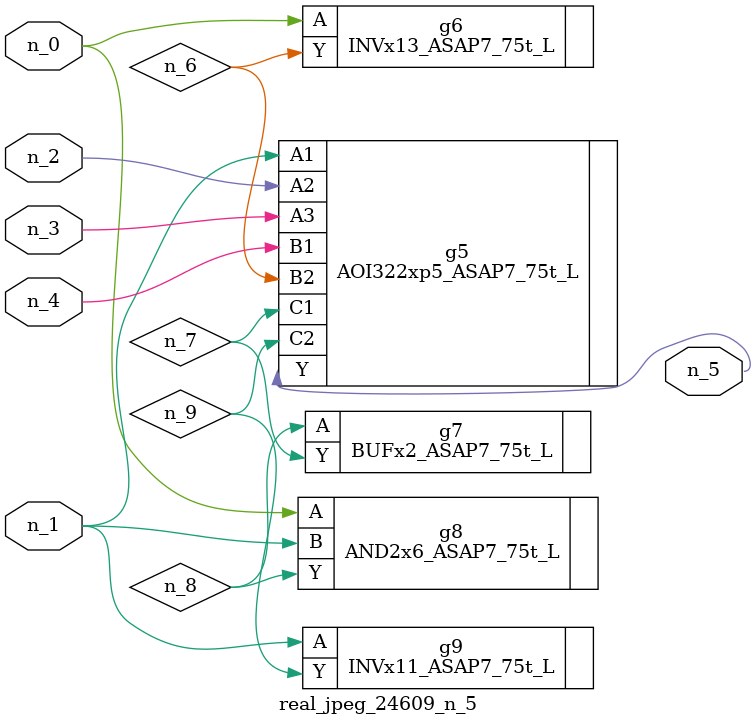
<source format=v>
module real_jpeg_24609_n_5 (n_4, n_0, n_1, n_2, n_3, n_5);

input n_4;
input n_0;
input n_1;
input n_2;
input n_3;

output n_5;

wire n_8;
wire n_6;
wire n_7;
wire n_9;

INVx13_ASAP7_75t_L g6 ( 
.A(n_0),
.Y(n_6)
);

AND2x6_ASAP7_75t_L g8 ( 
.A(n_0),
.B(n_1),
.Y(n_8)
);

AOI322xp5_ASAP7_75t_L g5 ( 
.A1(n_1),
.A2(n_2),
.A3(n_3),
.B1(n_4),
.B2(n_6),
.C1(n_7),
.C2(n_9),
.Y(n_5)
);

INVx11_ASAP7_75t_L g9 ( 
.A(n_1),
.Y(n_9)
);

BUFx2_ASAP7_75t_L g7 ( 
.A(n_8),
.Y(n_7)
);


endmodule
</source>
